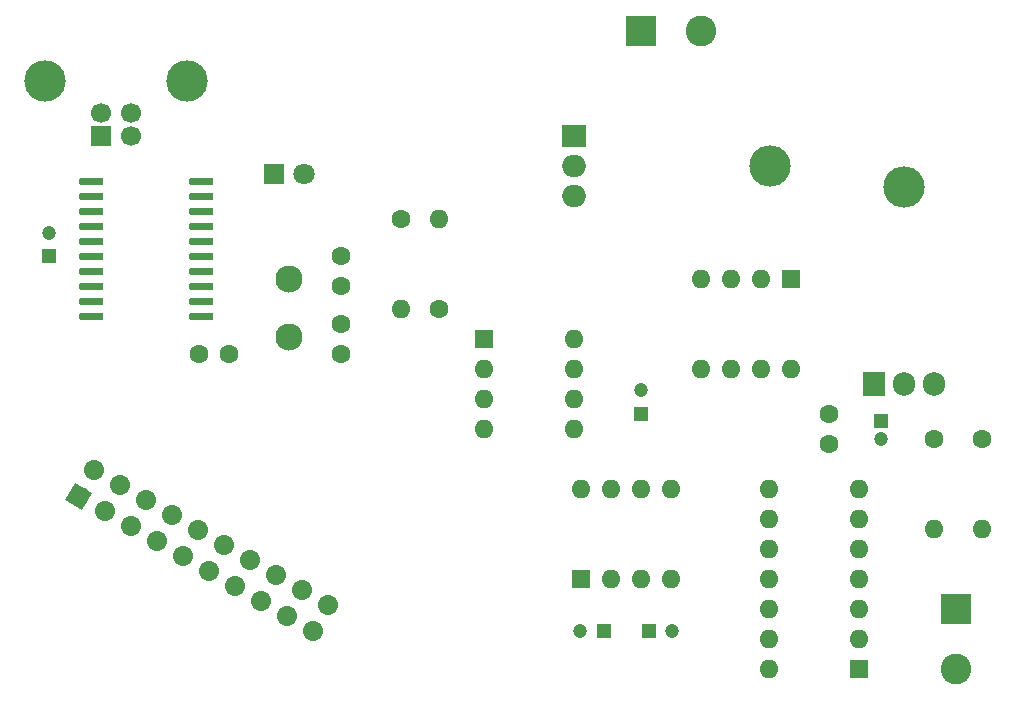
<source format=gts>
G04 #@! TF.GenerationSoftware,KiCad,Pcbnew,5.1.2-f72e74a~84~ubuntu18.04.1*
G04 #@! TF.CreationDate,2019-07-29T23:39:44+03:00*
G04 #@! TF.ProjectId,tracer,74726163-6572-42e6-9b69-6361645f7063,rev?*
G04 #@! TF.SameCoordinates,Original*
G04 #@! TF.FileFunction,Soldermask,Top*
G04 #@! TF.FilePolarity,Negative*
%FSLAX46Y46*%
G04 Gerber Fmt 4.6, Leading zero omitted, Abs format (unit mm)*
G04 Created by KiCad (PCBNEW 5.1.2-f72e74a~84~ubuntu18.04.1) date 2019-07-29 23:39:44*
%MOMM*%
%LPD*%
G04 APERTURE LIST*
%ADD10C,1.700000*%
%ADD11C,1.700000*%
%ADD12C,0.100000*%
%ADD13O,1.600000X1.600000*%
%ADD14R,1.600000X1.600000*%
%ADD15C,1.200000*%
%ADD16R,1.200000X1.200000*%
%ADD17C,1.600000*%
%ADD18C,2.600000*%
%ADD19R,2.600000X2.600000*%
%ADD20C,2.300000*%
%ADD21C,3.500000*%
%ADD22R,1.700000X1.700000*%
%ADD23C,0.600000*%
%ADD24C,1.800000*%
%ADD25R,1.800000X1.800000*%
%ADD26O,2.000000X1.905000*%
%ADD27R,2.000000X1.905000*%
%ADD28O,3.500000X3.500000*%
%ADD29O,1.905000X2.000000*%
%ADD30R,1.905000X2.000000*%
G04 APERTURE END LIST*
D10*
X93457341Y-145755295D03*
D11*
X93457341Y-145755295D02*
X93457341Y-145755295D01*
D10*
X92187341Y-147955000D03*
D11*
X92187341Y-147955000D02*
X92187341Y-147955000D01*
D10*
X91257636Y-144485295D03*
D11*
X91257636Y-144485295D02*
X91257636Y-144485295D01*
D10*
X89987636Y-146685000D03*
D11*
X89987636Y-146685000D02*
X89987636Y-146685000D01*
D10*
X89057932Y-143215295D03*
D11*
X89057932Y-143215295D02*
X89057932Y-143215295D01*
D10*
X87787932Y-145415000D03*
D11*
X87787932Y-145415000D02*
X87787932Y-145415000D01*
D10*
X86858227Y-141945295D03*
D11*
X86858227Y-141945295D02*
X86858227Y-141945295D01*
D10*
X85588227Y-144145000D03*
D11*
X85588227Y-144145000D02*
X85588227Y-144145000D01*
D10*
X84658523Y-140675295D03*
D11*
X84658523Y-140675295D02*
X84658523Y-140675295D01*
D10*
X83388523Y-142875000D03*
D11*
X83388523Y-142875000D02*
X83388523Y-142875000D01*
D10*
X82458818Y-139405295D03*
D11*
X82458818Y-139405295D02*
X82458818Y-139405295D01*
D10*
X81188818Y-141605000D03*
D11*
X81188818Y-141605000D02*
X81188818Y-141605000D01*
D10*
X80259114Y-138135295D03*
D11*
X80259114Y-138135295D02*
X80259114Y-138135295D01*
D10*
X78989114Y-140335000D03*
D11*
X78989114Y-140335000D02*
X78989114Y-140335000D01*
D10*
X78059409Y-136865295D03*
D11*
X78059409Y-136865295D02*
X78059409Y-136865295D01*
D10*
X76789409Y-139065000D03*
D11*
X76789409Y-139065000D02*
X76789409Y-139065000D01*
D10*
X75859705Y-135595295D03*
D11*
X75859705Y-135595295D02*
X75859705Y-135595295D01*
D10*
X74589705Y-137795000D03*
D11*
X74589705Y-137795000D02*
X74589705Y-137795000D01*
D10*
X73660000Y-134325295D03*
D11*
X73660000Y-134325295D02*
X73660000Y-134325295D01*
D10*
X72390000Y-136525000D03*
D12*
G36*
X72701122Y-137686122D02*
G01*
X71228878Y-136836122D01*
X72078878Y-135363878D01*
X73551122Y-136213878D01*
X72701122Y-137686122D01*
X72701122Y-137686122D01*
G37*
D13*
X132715000Y-125730000D03*
X125095000Y-118110000D03*
X130175000Y-125730000D03*
X127635000Y-118110000D03*
X127635000Y-125730000D03*
X130175000Y-118110000D03*
X125095000Y-125730000D03*
D14*
X132715000Y-118110000D03*
D15*
X140335000Y-131675000D03*
D16*
X140335000Y-130175000D03*
D17*
X135890000Y-129580000D03*
X135890000Y-132080000D03*
X85090000Y-124460000D03*
X82590000Y-124460000D03*
D18*
X125095000Y-97155000D03*
D19*
X120015000Y-97155000D03*
D18*
X146685000Y-151130000D03*
D19*
X146685000Y-146050000D03*
D15*
X120015000Y-127540000D03*
D16*
X120015000Y-129540000D03*
D15*
X122650000Y-147955000D03*
D16*
X120650000Y-147955000D03*
D15*
X114840000Y-147955000D03*
D16*
X116840000Y-147955000D03*
D17*
X94615000Y-116205000D03*
X94615000Y-118705000D03*
X94615000Y-121960000D03*
X94615000Y-124460000D03*
D20*
X90170000Y-123010000D03*
X90170000Y-118110000D03*
D21*
X81565000Y-101335000D03*
X69525000Y-101335000D03*
D10*
X74295000Y-104045000D03*
X76795000Y-104045000D03*
X76795000Y-106045000D03*
D22*
X74295000Y-106045000D03*
D15*
X69850000Y-114205000D03*
D16*
X69850000Y-116205000D03*
D13*
X102870000Y-113030000D03*
D17*
X102870000Y-120650000D03*
D13*
X99695000Y-120650000D03*
D17*
X99695000Y-113030000D03*
D12*
G36*
X74344703Y-120985722D02*
G01*
X74359264Y-120987882D01*
X74373543Y-120991459D01*
X74387403Y-120996418D01*
X74400710Y-121002712D01*
X74413336Y-121010280D01*
X74425159Y-121019048D01*
X74436066Y-121028934D01*
X74445952Y-121039841D01*
X74454720Y-121051664D01*
X74462288Y-121064290D01*
X74468582Y-121077597D01*
X74473541Y-121091457D01*
X74477118Y-121105736D01*
X74479278Y-121120297D01*
X74480000Y-121135000D01*
X74480000Y-121435000D01*
X74479278Y-121449703D01*
X74477118Y-121464264D01*
X74473541Y-121478543D01*
X74468582Y-121492403D01*
X74462288Y-121505710D01*
X74454720Y-121518336D01*
X74445952Y-121530159D01*
X74436066Y-121541066D01*
X74425159Y-121550952D01*
X74413336Y-121559720D01*
X74400710Y-121567288D01*
X74387403Y-121573582D01*
X74373543Y-121578541D01*
X74359264Y-121582118D01*
X74344703Y-121584278D01*
X74330000Y-121585000D01*
X72580000Y-121585000D01*
X72565297Y-121584278D01*
X72550736Y-121582118D01*
X72536457Y-121578541D01*
X72522597Y-121573582D01*
X72509290Y-121567288D01*
X72496664Y-121559720D01*
X72484841Y-121550952D01*
X72473934Y-121541066D01*
X72464048Y-121530159D01*
X72455280Y-121518336D01*
X72447712Y-121505710D01*
X72441418Y-121492403D01*
X72436459Y-121478543D01*
X72432882Y-121464264D01*
X72430722Y-121449703D01*
X72430000Y-121435000D01*
X72430000Y-121135000D01*
X72430722Y-121120297D01*
X72432882Y-121105736D01*
X72436459Y-121091457D01*
X72441418Y-121077597D01*
X72447712Y-121064290D01*
X72455280Y-121051664D01*
X72464048Y-121039841D01*
X72473934Y-121028934D01*
X72484841Y-121019048D01*
X72496664Y-121010280D01*
X72509290Y-121002712D01*
X72522597Y-120996418D01*
X72536457Y-120991459D01*
X72550736Y-120987882D01*
X72565297Y-120985722D01*
X72580000Y-120985000D01*
X74330000Y-120985000D01*
X74344703Y-120985722D01*
X74344703Y-120985722D01*
G37*
D23*
X73455000Y-121285000D03*
D12*
G36*
X74344703Y-119715722D02*
G01*
X74359264Y-119717882D01*
X74373543Y-119721459D01*
X74387403Y-119726418D01*
X74400710Y-119732712D01*
X74413336Y-119740280D01*
X74425159Y-119749048D01*
X74436066Y-119758934D01*
X74445952Y-119769841D01*
X74454720Y-119781664D01*
X74462288Y-119794290D01*
X74468582Y-119807597D01*
X74473541Y-119821457D01*
X74477118Y-119835736D01*
X74479278Y-119850297D01*
X74480000Y-119865000D01*
X74480000Y-120165000D01*
X74479278Y-120179703D01*
X74477118Y-120194264D01*
X74473541Y-120208543D01*
X74468582Y-120222403D01*
X74462288Y-120235710D01*
X74454720Y-120248336D01*
X74445952Y-120260159D01*
X74436066Y-120271066D01*
X74425159Y-120280952D01*
X74413336Y-120289720D01*
X74400710Y-120297288D01*
X74387403Y-120303582D01*
X74373543Y-120308541D01*
X74359264Y-120312118D01*
X74344703Y-120314278D01*
X74330000Y-120315000D01*
X72580000Y-120315000D01*
X72565297Y-120314278D01*
X72550736Y-120312118D01*
X72536457Y-120308541D01*
X72522597Y-120303582D01*
X72509290Y-120297288D01*
X72496664Y-120289720D01*
X72484841Y-120280952D01*
X72473934Y-120271066D01*
X72464048Y-120260159D01*
X72455280Y-120248336D01*
X72447712Y-120235710D01*
X72441418Y-120222403D01*
X72436459Y-120208543D01*
X72432882Y-120194264D01*
X72430722Y-120179703D01*
X72430000Y-120165000D01*
X72430000Y-119865000D01*
X72430722Y-119850297D01*
X72432882Y-119835736D01*
X72436459Y-119821457D01*
X72441418Y-119807597D01*
X72447712Y-119794290D01*
X72455280Y-119781664D01*
X72464048Y-119769841D01*
X72473934Y-119758934D01*
X72484841Y-119749048D01*
X72496664Y-119740280D01*
X72509290Y-119732712D01*
X72522597Y-119726418D01*
X72536457Y-119721459D01*
X72550736Y-119717882D01*
X72565297Y-119715722D01*
X72580000Y-119715000D01*
X74330000Y-119715000D01*
X74344703Y-119715722D01*
X74344703Y-119715722D01*
G37*
D23*
X73455000Y-120015000D03*
D12*
G36*
X74344703Y-118445722D02*
G01*
X74359264Y-118447882D01*
X74373543Y-118451459D01*
X74387403Y-118456418D01*
X74400710Y-118462712D01*
X74413336Y-118470280D01*
X74425159Y-118479048D01*
X74436066Y-118488934D01*
X74445952Y-118499841D01*
X74454720Y-118511664D01*
X74462288Y-118524290D01*
X74468582Y-118537597D01*
X74473541Y-118551457D01*
X74477118Y-118565736D01*
X74479278Y-118580297D01*
X74480000Y-118595000D01*
X74480000Y-118895000D01*
X74479278Y-118909703D01*
X74477118Y-118924264D01*
X74473541Y-118938543D01*
X74468582Y-118952403D01*
X74462288Y-118965710D01*
X74454720Y-118978336D01*
X74445952Y-118990159D01*
X74436066Y-119001066D01*
X74425159Y-119010952D01*
X74413336Y-119019720D01*
X74400710Y-119027288D01*
X74387403Y-119033582D01*
X74373543Y-119038541D01*
X74359264Y-119042118D01*
X74344703Y-119044278D01*
X74330000Y-119045000D01*
X72580000Y-119045000D01*
X72565297Y-119044278D01*
X72550736Y-119042118D01*
X72536457Y-119038541D01*
X72522597Y-119033582D01*
X72509290Y-119027288D01*
X72496664Y-119019720D01*
X72484841Y-119010952D01*
X72473934Y-119001066D01*
X72464048Y-118990159D01*
X72455280Y-118978336D01*
X72447712Y-118965710D01*
X72441418Y-118952403D01*
X72436459Y-118938543D01*
X72432882Y-118924264D01*
X72430722Y-118909703D01*
X72430000Y-118895000D01*
X72430000Y-118595000D01*
X72430722Y-118580297D01*
X72432882Y-118565736D01*
X72436459Y-118551457D01*
X72441418Y-118537597D01*
X72447712Y-118524290D01*
X72455280Y-118511664D01*
X72464048Y-118499841D01*
X72473934Y-118488934D01*
X72484841Y-118479048D01*
X72496664Y-118470280D01*
X72509290Y-118462712D01*
X72522597Y-118456418D01*
X72536457Y-118451459D01*
X72550736Y-118447882D01*
X72565297Y-118445722D01*
X72580000Y-118445000D01*
X74330000Y-118445000D01*
X74344703Y-118445722D01*
X74344703Y-118445722D01*
G37*
D23*
X73455000Y-118745000D03*
D12*
G36*
X74344703Y-117175722D02*
G01*
X74359264Y-117177882D01*
X74373543Y-117181459D01*
X74387403Y-117186418D01*
X74400710Y-117192712D01*
X74413336Y-117200280D01*
X74425159Y-117209048D01*
X74436066Y-117218934D01*
X74445952Y-117229841D01*
X74454720Y-117241664D01*
X74462288Y-117254290D01*
X74468582Y-117267597D01*
X74473541Y-117281457D01*
X74477118Y-117295736D01*
X74479278Y-117310297D01*
X74480000Y-117325000D01*
X74480000Y-117625000D01*
X74479278Y-117639703D01*
X74477118Y-117654264D01*
X74473541Y-117668543D01*
X74468582Y-117682403D01*
X74462288Y-117695710D01*
X74454720Y-117708336D01*
X74445952Y-117720159D01*
X74436066Y-117731066D01*
X74425159Y-117740952D01*
X74413336Y-117749720D01*
X74400710Y-117757288D01*
X74387403Y-117763582D01*
X74373543Y-117768541D01*
X74359264Y-117772118D01*
X74344703Y-117774278D01*
X74330000Y-117775000D01*
X72580000Y-117775000D01*
X72565297Y-117774278D01*
X72550736Y-117772118D01*
X72536457Y-117768541D01*
X72522597Y-117763582D01*
X72509290Y-117757288D01*
X72496664Y-117749720D01*
X72484841Y-117740952D01*
X72473934Y-117731066D01*
X72464048Y-117720159D01*
X72455280Y-117708336D01*
X72447712Y-117695710D01*
X72441418Y-117682403D01*
X72436459Y-117668543D01*
X72432882Y-117654264D01*
X72430722Y-117639703D01*
X72430000Y-117625000D01*
X72430000Y-117325000D01*
X72430722Y-117310297D01*
X72432882Y-117295736D01*
X72436459Y-117281457D01*
X72441418Y-117267597D01*
X72447712Y-117254290D01*
X72455280Y-117241664D01*
X72464048Y-117229841D01*
X72473934Y-117218934D01*
X72484841Y-117209048D01*
X72496664Y-117200280D01*
X72509290Y-117192712D01*
X72522597Y-117186418D01*
X72536457Y-117181459D01*
X72550736Y-117177882D01*
X72565297Y-117175722D01*
X72580000Y-117175000D01*
X74330000Y-117175000D01*
X74344703Y-117175722D01*
X74344703Y-117175722D01*
G37*
D23*
X73455000Y-117475000D03*
D12*
G36*
X74344703Y-115905722D02*
G01*
X74359264Y-115907882D01*
X74373543Y-115911459D01*
X74387403Y-115916418D01*
X74400710Y-115922712D01*
X74413336Y-115930280D01*
X74425159Y-115939048D01*
X74436066Y-115948934D01*
X74445952Y-115959841D01*
X74454720Y-115971664D01*
X74462288Y-115984290D01*
X74468582Y-115997597D01*
X74473541Y-116011457D01*
X74477118Y-116025736D01*
X74479278Y-116040297D01*
X74480000Y-116055000D01*
X74480000Y-116355000D01*
X74479278Y-116369703D01*
X74477118Y-116384264D01*
X74473541Y-116398543D01*
X74468582Y-116412403D01*
X74462288Y-116425710D01*
X74454720Y-116438336D01*
X74445952Y-116450159D01*
X74436066Y-116461066D01*
X74425159Y-116470952D01*
X74413336Y-116479720D01*
X74400710Y-116487288D01*
X74387403Y-116493582D01*
X74373543Y-116498541D01*
X74359264Y-116502118D01*
X74344703Y-116504278D01*
X74330000Y-116505000D01*
X72580000Y-116505000D01*
X72565297Y-116504278D01*
X72550736Y-116502118D01*
X72536457Y-116498541D01*
X72522597Y-116493582D01*
X72509290Y-116487288D01*
X72496664Y-116479720D01*
X72484841Y-116470952D01*
X72473934Y-116461066D01*
X72464048Y-116450159D01*
X72455280Y-116438336D01*
X72447712Y-116425710D01*
X72441418Y-116412403D01*
X72436459Y-116398543D01*
X72432882Y-116384264D01*
X72430722Y-116369703D01*
X72430000Y-116355000D01*
X72430000Y-116055000D01*
X72430722Y-116040297D01*
X72432882Y-116025736D01*
X72436459Y-116011457D01*
X72441418Y-115997597D01*
X72447712Y-115984290D01*
X72455280Y-115971664D01*
X72464048Y-115959841D01*
X72473934Y-115948934D01*
X72484841Y-115939048D01*
X72496664Y-115930280D01*
X72509290Y-115922712D01*
X72522597Y-115916418D01*
X72536457Y-115911459D01*
X72550736Y-115907882D01*
X72565297Y-115905722D01*
X72580000Y-115905000D01*
X74330000Y-115905000D01*
X74344703Y-115905722D01*
X74344703Y-115905722D01*
G37*
D23*
X73455000Y-116205000D03*
D12*
G36*
X74344703Y-114635722D02*
G01*
X74359264Y-114637882D01*
X74373543Y-114641459D01*
X74387403Y-114646418D01*
X74400710Y-114652712D01*
X74413336Y-114660280D01*
X74425159Y-114669048D01*
X74436066Y-114678934D01*
X74445952Y-114689841D01*
X74454720Y-114701664D01*
X74462288Y-114714290D01*
X74468582Y-114727597D01*
X74473541Y-114741457D01*
X74477118Y-114755736D01*
X74479278Y-114770297D01*
X74480000Y-114785000D01*
X74480000Y-115085000D01*
X74479278Y-115099703D01*
X74477118Y-115114264D01*
X74473541Y-115128543D01*
X74468582Y-115142403D01*
X74462288Y-115155710D01*
X74454720Y-115168336D01*
X74445952Y-115180159D01*
X74436066Y-115191066D01*
X74425159Y-115200952D01*
X74413336Y-115209720D01*
X74400710Y-115217288D01*
X74387403Y-115223582D01*
X74373543Y-115228541D01*
X74359264Y-115232118D01*
X74344703Y-115234278D01*
X74330000Y-115235000D01*
X72580000Y-115235000D01*
X72565297Y-115234278D01*
X72550736Y-115232118D01*
X72536457Y-115228541D01*
X72522597Y-115223582D01*
X72509290Y-115217288D01*
X72496664Y-115209720D01*
X72484841Y-115200952D01*
X72473934Y-115191066D01*
X72464048Y-115180159D01*
X72455280Y-115168336D01*
X72447712Y-115155710D01*
X72441418Y-115142403D01*
X72436459Y-115128543D01*
X72432882Y-115114264D01*
X72430722Y-115099703D01*
X72430000Y-115085000D01*
X72430000Y-114785000D01*
X72430722Y-114770297D01*
X72432882Y-114755736D01*
X72436459Y-114741457D01*
X72441418Y-114727597D01*
X72447712Y-114714290D01*
X72455280Y-114701664D01*
X72464048Y-114689841D01*
X72473934Y-114678934D01*
X72484841Y-114669048D01*
X72496664Y-114660280D01*
X72509290Y-114652712D01*
X72522597Y-114646418D01*
X72536457Y-114641459D01*
X72550736Y-114637882D01*
X72565297Y-114635722D01*
X72580000Y-114635000D01*
X74330000Y-114635000D01*
X74344703Y-114635722D01*
X74344703Y-114635722D01*
G37*
D23*
X73455000Y-114935000D03*
D12*
G36*
X74344703Y-113365722D02*
G01*
X74359264Y-113367882D01*
X74373543Y-113371459D01*
X74387403Y-113376418D01*
X74400710Y-113382712D01*
X74413336Y-113390280D01*
X74425159Y-113399048D01*
X74436066Y-113408934D01*
X74445952Y-113419841D01*
X74454720Y-113431664D01*
X74462288Y-113444290D01*
X74468582Y-113457597D01*
X74473541Y-113471457D01*
X74477118Y-113485736D01*
X74479278Y-113500297D01*
X74480000Y-113515000D01*
X74480000Y-113815000D01*
X74479278Y-113829703D01*
X74477118Y-113844264D01*
X74473541Y-113858543D01*
X74468582Y-113872403D01*
X74462288Y-113885710D01*
X74454720Y-113898336D01*
X74445952Y-113910159D01*
X74436066Y-113921066D01*
X74425159Y-113930952D01*
X74413336Y-113939720D01*
X74400710Y-113947288D01*
X74387403Y-113953582D01*
X74373543Y-113958541D01*
X74359264Y-113962118D01*
X74344703Y-113964278D01*
X74330000Y-113965000D01*
X72580000Y-113965000D01*
X72565297Y-113964278D01*
X72550736Y-113962118D01*
X72536457Y-113958541D01*
X72522597Y-113953582D01*
X72509290Y-113947288D01*
X72496664Y-113939720D01*
X72484841Y-113930952D01*
X72473934Y-113921066D01*
X72464048Y-113910159D01*
X72455280Y-113898336D01*
X72447712Y-113885710D01*
X72441418Y-113872403D01*
X72436459Y-113858543D01*
X72432882Y-113844264D01*
X72430722Y-113829703D01*
X72430000Y-113815000D01*
X72430000Y-113515000D01*
X72430722Y-113500297D01*
X72432882Y-113485736D01*
X72436459Y-113471457D01*
X72441418Y-113457597D01*
X72447712Y-113444290D01*
X72455280Y-113431664D01*
X72464048Y-113419841D01*
X72473934Y-113408934D01*
X72484841Y-113399048D01*
X72496664Y-113390280D01*
X72509290Y-113382712D01*
X72522597Y-113376418D01*
X72536457Y-113371459D01*
X72550736Y-113367882D01*
X72565297Y-113365722D01*
X72580000Y-113365000D01*
X74330000Y-113365000D01*
X74344703Y-113365722D01*
X74344703Y-113365722D01*
G37*
D23*
X73455000Y-113665000D03*
D12*
G36*
X74344703Y-112095722D02*
G01*
X74359264Y-112097882D01*
X74373543Y-112101459D01*
X74387403Y-112106418D01*
X74400710Y-112112712D01*
X74413336Y-112120280D01*
X74425159Y-112129048D01*
X74436066Y-112138934D01*
X74445952Y-112149841D01*
X74454720Y-112161664D01*
X74462288Y-112174290D01*
X74468582Y-112187597D01*
X74473541Y-112201457D01*
X74477118Y-112215736D01*
X74479278Y-112230297D01*
X74480000Y-112245000D01*
X74480000Y-112545000D01*
X74479278Y-112559703D01*
X74477118Y-112574264D01*
X74473541Y-112588543D01*
X74468582Y-112602403D01*
X74462288Y-112615710D01*
X74454720Y-112628336D01*
X74445952Y-112640159D01*
X74436066Y-112651066D01*
X74425159Y-112660952D01*
X74413336Y-112669720D01*
X74400710Y-112677288D01*
X74387403Y-112683582D01*
X74373543Y-112688541D01*
X74359264Y-112692118D01*
X74344703Y-112694278D01*
X74330000Y-112695000D01*
X72580000Y-112695000D01*
X72565297Y-112694278D01*
X72550736Y-112692118D01*
X72536457Y-112688541D01*
X72522597Y-112683582D01*
X72509290Y-112677288D01*
X72496664Y-112669720D01*
X72484841Y-112660952D01*
X72473934Y-112651066D01*
X72464048Y-112640159D01*
X72455280Y-112628336D01*
X72447712Y-112615710D01*
X72441418Y-112602403D01*
X72436459Y-112588543D01*
X72432882Y-112574264D01*
X72430722Y-112559703D01*
X72430000Y-112545000D01*
X72430000Y-112245000D01*
X72430722Y-112230297D01*
X72432882Y-112215736D01*
X72436459Y-112201457D01*
X72441418Y-112187597D01*
X72447712Y-112174290D01*
X72455280Y-112161664D01*
X72464048Y-112149841D01*
X72473934Y-112138934D01*
X72484841Y-112129048D01*
X72496664Y-112120280D01*
X72509290Y-112112712D01*
X72522597Y-112106418D01*
X72536457Y-112101459D01*
X72550736Y-112097882D01*
X72565297Y-112095722D01*
X72580000Y-112095000D01*
X74330000Y-112095000D01*
X74344703Y-112095722D01*
X74344703Y-112095722D01*
G37*
D23*
X73455000Y-112395000D03*
D12*
G36*
X74344703Y-110825722D02*
G01*
X74359264Y-110827882D01*
X74373543Y-110831459D01*
X74387403Y-110836418D01*
X74400710Y-110842712D01*
X74413336Y-110850280D01*
X74425159Y-110859048D01*
X74436066Y-110868934D01*
X74445952Y-110879841D01*
X74454720Y-110891664D01*
X74462288Y-110904290D01*
X74468582Y-110917597D01*
X74473541Y-110931457D01*
X74477118Y-110945736D01*
X74479278Y-110960297D01*
X74480000Y-110975000D01*
X74480000Y-111275000D01*
X74479278Y-111289703D01*
X74477118Y-111304264D01*
X74473541Y-111318543D01*
X74468582Y-111332403D01*
X74462288Y-111345710D01*
X74454720Y-111358336D01*
X74445952Y-111370159D01*
X74436066Y-111381066D01*
X74425159Y-111390952D01*
X74413336Y-111399720D01*
X74400710Y-111407288D01*
X74387403Y-111413582D01*
X74373543Y-111418541D01*
X74359264Y-111422118D01*
X74344703Y-111424278D01*
X74330000Y-111425000D01*
X72580000Y-111425000D01*
X72565297Y-111424278D01*
X72550736Y-111422118D01*
X72536457Y-111418541D01*
X72522597Y-111413582D01*
X72509290Y-111407288D01*
X72496664Y-111399720D01*
X72484841Y-111390952D01*
X72473934Y-111381066D01*
X72464048Y-111370159D01*
X72455280Y-111358336D01*
X72447712Y-111345710D01*
X72441418Y-111332403D01*
X72436459Y-111318543D01*
X72432882Y-111304264D01*
X72430722Y-111289703D01*
X72430000Y-111275000D01*
X72430000Y-110975000D01*
X72430722Y-110960297D01*
X72432882Y-110945736D01*
X72436459Y-110931457D01*
X72441418Y-110917597D01*
X72447712Y-110904290D01*
X72455280Y-110891664D01*
X72464048Y-110879841D01*
X72473934Y-110868934D01*
X72484841Y-110859048D01*
X72496664Y-110850280D01*
X72509290Y-110842712D01*
X72522597Y-110836418D01*
X72536457Y-110831459D01*
X72550736Y-110827882D01*
X72565297Y-110825722D01*
X72580000Y-110825000D01*
X74330000Y-110825000D01*
X74344703Y-110825722D01*
X74344703Y-110825722D01*
G37*
D23*
X73455000Y-111125000D03*
D12*
G36*
X74344703Y-109555722D02*
G01*
X74359264Y-109557882D01*
X74373543Y-109561459D01*
X74387403Y-109566418D01*
X74400710Y-109572712D01*
X74413336Y-109580280D01*
X74425159Y-109589048D01*
X74436066Y-109598934D01*
X74445952Y-109609841D01*
X74454720Y-109621664D01*
X74462288Y-109634290D01*
X74468582Y-109647597D01*
X74473541Y-109661457D01*
X74477118Y-109675736D01*
X74479278Y-109690297D01*
X74480000Y-109705000D01*
X74480000Y-110005000D01*
X74479278Y-110019703D01*
X74477118Y-110034264D01*
X74473541Y-110048543D01*
X74468582Y-110062403D01*
X74462288Y-110075710D01*
X74454720Y-110088336D01*
X74445952Y-110100159D01*
X74436066Y-110111066D01*
X74425159Y-110120952D01*
X74413336Y-110129720D01*
X74400710Y-110137288D01*
X74387403Y-110143582D01*
X74373543Y-110148541D01*
X74359264Y-110152118D01*
X74344703Y-110154278D01*
X74330000Y-110155000D01*
X72580000Y-110155000D01*
X72565297Y-110154278D01*
X72550736Y-110152118D01*
X72536457Y-110148541D01*
X72522597Y-110143582D01*
X72509290Y-110137288D01*
X72496664Y-110129720D01*
X72484841Y-110120952D01*
X72473934Y-110111066D01*
X72464048Y-110100159D01*
X72455280Y-110088336D01*
X72447712Y-110075710D01*
X72441418Y-110062403D01*
X72436459Y-110048543D01*
X72432882Y-110034264D01*
X72430722Y-110019703D01*
X72430000Y-110005000D01*
X72430000Y-109705000D01*
X72430722Y-109690297D01*
X72432882Y-109675736D01*
X72436459Y-109661457D01*
X72441418Y-109647597D01*
X72447712Y-109634290D01*
X72455280Y-109621664D01*
X72464048Y-109609841D01*
X72473934Y-109598934D01*
X72484841Y-109589048D01*
X72496664Y-109580280D01*
X72509290Y-109572712D01*
X72522597Y-109566418D01*
X72536457Y-109561459D01*
X72550736Y-109557882D01*
X72565297Y-109555722D01*
X72580000Y-109555000D01*
X74330000Y-109555000D01*
X74344703Y-109555722D01*
X74344703Y-109555722D01*
G37*
D23*
X73455000Y-109855000D03*
D12*
G36*
X83644703Y-109555722D02*
G01*
X83659264Y-109557882D01*
X83673543Y-109561459D01*
X83687403Y-109566418D01*
X83700710Y-109572712D01*
X83713336Y-109580280D01*
X83725159Y-109589048D01*
X83736066Y-109598934D01*
X83745952Y-109609841D01*
X83754720Y-109621664D01*
X83762288Y-109634290D01*
X83768582Y-109647597D01*
X83773541Y-109661457D01*
X83777118Y-109675736D01*
X83779278Y-109690297D01*
X83780000Y-109705000D01*
X83780000Y-110005000D01*
X83779278Y-110019703D01*
X83777118Y-110034264D01*
X83773541Y-110048543D01*
X83768582Y-110062403D01*
X83762288Y-110075710D01*
X83754720Y-110088336D01*
X83745952Y-110100159D01*
X83736066Y-110111066D01*
X83725159Y-110120952D01*
X83713336Y-110129720D01*
X83700710Y-110137288D01*
X83687403Y-110143582D01*
X83673543Y-110148541D01*
X83659264Y-110152118D01*
X83644703Y-110154278D01*
X83630000Y-110155000D01*
X81880000Y-110155000D01*
X81865297Y-110154278D01*
X81850736Y-110152118D01*
X81836457Y-110148541D01*
X81822597Y-110143582D01*
X81809290Y-110137288D01*
X81796664Y-110129720D01*
X81784841Y-110120952D01*
X81773934Y-110111066D01*
X81764048Y-110100159D01*
X81755280Y-110088336D01*
X81747712Y-110075710D01*
X81741418Y-110062403D01*
X81736459Y-110048543D01*
X81732882Y-110034264D01*
X81730722Y-110019703D01*
X81730000Y-110005000D01*
X81730000Y-109705000D01*
X81730722Y-109690297D01*
X81732882Y-109675736D01*
X81736459Y-109661457D01*
X81741418Y-109647597D01*
X81747712Y-109634290D01*
X81755280Y-109621664D01*
X81764048Y-109609841D01*
X81773934Y-109598934D01*
X81784841Y-109589048D01*
X81796664Y-109580280D01*
X81809290Y-109572712D01*
X81822597Y-109566418D01*
X81836457Y-109561459D01*
X81850736Y-109557882D01*
X81865297Y-109555722D01*
X81880000Y-109555000D01*
X83630000Y-109555000D01*
X83644703Y-109555722D01*
X83644703Y-109555722D01*
G37*
D23*
X82755000Y-109855000D03*
D12*
G36*
X83644703Y-110825722D02*
G01*
X83659264Y-110827882D01*
X83673543Y-110831459D01*
X83687403Y-110836418D01*
X83700710Y-110842712D01*
X83713336Y-110850280D01*
X83725159Y-110859048D01*
X83736066Y-110868934D01*
X83745952Y-110879841D01*
X83754720Y-110891664D01*
X83762288Y-110904290D01*
X83768582Y-110917597D01*
X83773541Y-110931457D01*
X83777118Y-110945736D01*
X83779278Y-110960297D01*
X83780000Y-110975000D01*
X83780000Y-111275000D01*
X83779278Y-111289703D01*
X83777118Y-111304264D01*
X83773541Y-111318543D01*
X83768582Y-111332403D01*
X83762288Y-111345710D01*
X83754720Y-111358336D01*
X83745952Y-111370159D01*
X83736066Y-111381066D01*
X83725159Y-111390952D01*
X83713336Y-111399720D01*
X83700710Y-111407288D01*
X83687403Y-111413582D01*
X83673543Y-111418541D01*
X83659264Y-111422118D01*
X83644703Y-111424278D01*
X83630000Y-111425000D01*
X81880000Y-111425000D01*
X81865297Y-111424278D01*
X81850736Y-111422118D01*
X81836457Y-111418541D01*
X81822597Y-111413582D01*
X81809290Y-111407288D01*
X81796664Y-111399720D01*
X81784841Y-111390952D01*
X81773934Y-111381066D01*
X81764048Y-111370159D01*
X81755280Y-111358336D01*
X81747712Y-111345710D01*
X81741418Y-111332403D01*
X81736459Y-111318543D01*
X81732882Y-111304264D01*
X81730722Y-111289703D01*
X81730000Y-111275000D01*
X81730000Y-110975000D01*
X81730722Y-110960297D01*
X81732882Y-110945736D01*
X81736459Y-110931457D01*
X81741418Y-110917597D01*
X81747712Y-110904290D01*
X81755280Y-110891664D01*
X81764048Y-110879841D01*
X81773934Y-110868934D01*
X81784841Y-110859048D01*
X81796664Y-110850280D01*
X81809290Y-110842712D01*
X81822597Y-110836418D01*
X81836457Y-110831459D01*
X81850736Y-110827882D01*
X81865297Y-110825722D01*
X81880000Y-110825000D01*
X83630000Y-110825000D01*
X83644703Y-110825722D01*
X83644703Y-110825722D01*
G37*
D23*
X82755000Y-111125000D03*
D12*
G36*
X83644703Y-112095722D02*
G01*
X83659264Y-112097882D01*
X83673543Y-112101459D01*
X83687403Y-112106418D01*
X83700710Y-112112712D01*
X83713336Y-112120280D01*
X83725159Y-112129048D01*
X83736066Y-112138934D01*
X83745952Y-112149841D01*
X83754720Y-112161664D01*
X83762288Y-112174290D01*
X83768582Y-112187597D01*
X83773541Y-112201457D01*
X83777118Y-112215736D01*
X83779278Y-112230297D01*
X83780000Y-112245000D01*
X83780000Y-112545000D01*
X83779278Y-112559703D01*
X83777118Y-112574264D01*
X83773541Y-112588543D01*
X83768582Y-112602403D01*
X83762288Y-112615710D01*
X83754720Y-112628336D01*
X83745952Y-112640159D01*
X83736066Y-112651066D01*
X83725159Y-112660952D01*
X83713336Y-112669720D01*
X83700710Y-112677288D01*
X83687403Y-112683582D01*
X83673543Y-112688541D01*
X83659264Y-112692118D01*
X83644703Y-112694278D01*
X83630000Y-112695000D01*
X81880000Y-112695000D01*
X81865297Y-112694278D01*
X81850736Y-112692118D01*
X81836457Y-112688541D01*
X81822597Y-112683582D01*
X81809290Y-112677288D01*
X81796664Y-112669720D01*
X81784841Y-112660952D01*
X81773934Y-112651066D01*
X81764048Y-112640159D01*
X81755280Y-112628336D01*
X81747712Y-112615710D01*
X81741418Y-112602403D01*
X81736459Y-112588543D01*
X81732882Y-112574264D01*
X81730722Y-112559703D01*
X81730000Y-112545000D01*
X81730000Y-112245000D01*
X81730722Y-112230297D01*
X81732882Y-112215736D01*
X81736459Y-112201457D01*
X81741418Y-112187597D01*
X81747712Y-112174290D01*
X81755280Y-112161664D01*
X81764048Y-112149841D01*
X81773934Y-112138934D01*
X81784841Y-112129048D01*
X81796664Y-112120280D01*
X81809290Y-112112712D01*
X81822597Y-112106418D01*
X81836457Y-112101459D01*
X81850736Y-112097882D01*
X81865297Y-112095722D01*
X81880000Y-112095000D01*
X83630000Y-112095000D01*
X83644703Y-112095722D01*
X83644703Y-112095722D01*
G37*
D23*
X82755000Y-112395000D03*
D12*
G36*
X83644703Y-113365722D02*
G01*
X83659264Y-113367882D01*
X83673543Y-113371459D01*
X83687403Y-113376418D01*
X83700710Y-113382712D01*
X83713336Y-113390280D01*
X83725159Y-113399048D01*
X83736066Y-113408934D01*
X83745952Y-113419841D01*
X83754720Y-113431664D01*
X83762288Y-113444290D01*
X83768582Y-113457597D01*
X83773541Y-113471457D01*
X83777118Y-113485736D01*
X83779278Y-113500297D01*
X83780000Y-113515000D01*
X83780000Y-113815000D01*
X83779278Y-113829703D01*
X83777118Y-113844264D01*
X83773541Y-113858543D01*
X83768582Y-113872403D01*
X83762288Y-113885710D01*
X83754720Y-113898336D01*
X83745952Y-113910159D01*
X83736066Y-113921066D01*
X83725159Y-113930952D01*
X83713336Y-113939720D01*
X83700710Y-113947288D01*
X83687403Y-113953582D01*
X83673543Y-113958541D01*
X83659264Y-113962118D01*
X83644703Y-113964278D01*
X83630000Y-113965000D01*
X81880000Y-113965000D01*
X81865297Y-113964278D01*
X81850736Y-113962118D01*
X81836457Y-113958541D01*
X81822597Y-113953582D01*
X81809290Y-113947288D01*
X81796664Y-113939720D01*
X81784841Y-113930952D01*
X81773934Y-113921066D01*
X81764048Y-113910159D01*
X81755280Y-113898336D01*
X81747712Y-113885710D01*
X81741418Y-113872403D01*
X81736459Y-113858543D01*
X81732882Y-113844264D01*
X81730722Y-113829703D01*
X81730000Y-113815000D01*
X81730000Y-113515000D01*
X81730722Y-113500297D01*
X81732882Y-113485736D01*
X81736459Y-113471457D01*
X81741418Y-113457597D01*
X81747712Y-113444290D01*
X81755280Y-113431664D01*
X81764048Y-113419841D01*
X81773934Y-113408934D01*
X81784841Y-113399048D01*
X81796664Y-113390280D01*
X81809290Y-113382712D01*
X81822597Y-113376418D01*
X81836457Y-113371459D01*
X81850736Y-113367882D01*
X81865297Y-113365722D01*
X81880000Y-113365000D01*
X83630000Y-113365000D01*
X83644703Y-113365722D01*
X83644703Y-113365722D01*
G37*
D23*
X82755000Y-113665000D03*
D12*
G36*
X83644703Y-114635722D02*
G01*
X83659264Y-114637882D01*
X83673543Y-114641459D01*
X83687403Y-114646418D01*
X83700710Y-114652712D01*
X83713336Y-114660280D01*
X83725159Y-114669048D01*
X83736066Y-114678934D01*
X83745952Y-114689841D01*
X83754720Y-114701664D01*
X83762288Y-114714290D01*
X83768582Y-114727597D01*
X83773541Y-114741457D01*
X83777118Y-114755736D01*
X83779278Y-114770297D01*
X83780000Y-114785000D01*
X83780000Y-115085000D01*
X83779278Y-115099703D01*
X83777118Y-115114264D01*
X83773541Y-115128543D01*
X83768582Y-115142403D01*
X83762288Y-115155710D01*
X83754720Y-115168336D01*
X83745952Y-115180159D01*
X83736066Y-115191066D01*
X83725159Y-115200952D01*
X83713336Y-115209720D01*
X83700710Y-115217288D01*
X83687403Y-115223582D01*
X83673543Y-115228541D01*
X83659264Y-115232118D01*
X83644703Y-115234278D01*
X83630000Y-115235000D01*
X81880000Y-115235000D01*
X81865297Y-115234278D01*
X81850736Y-115232118D01*
X81836457Y-115228541D01*
X81822597Y-115223582D01*
X81809290Y-115217288D01*
X81796664Y-115209720D01*
X81784841Y-115200952D01*
X81773934Y-115191066D01*
X81764048Y-115180159D01*
X81755280Y-115168336D01*
X81747712Y-115155710D01*
X81741418Y-115142403D01*
X81736459Y-115128543D01*
X81732882Y-115114264D01*
X81730722Y-115099703D01*
X81730000Y-115085000D01*
X81730000Y-114785000D01*
X81730722Y-114770297D01*
X81732882Y-114755736D01*
X81736459Y-114741457D01*
X81741418Y-114727597D01*
X81747712Y-114714290D01*
X81755280Y-114701664D01*
X81764048Y-114689841D01*
X81773934Y-114678934D01*
X81784841Y-114669048D01*
X81796664Y-114660280D01*
X81809290Y-114652712D01*
X81822597Y-114646418D01*
X81836457Y-114641459D01*
X81850736Y-114637882D01*
X81865297Y-114635722D01*
X81880000Y-114635000D01*
X83630000Y-114635000D01*
X83644703Y-114635722D01*
X83644703Y-114635722D01*
G37*
D23*
X82755000Y-114935000D03*
D12*
G36*
X83644703Y-115905722D02*
G01*
X83659264Y-115907882D01*
X83673543Y-115911459D01*
X83687403Y-115916418D01*
X83700710Y-115922712D01*
X83713336Y-115930280D01*
X83725159Y-115939048D01*
X83736066Y-115948934D01*
X83745952Y-115959841D01*
X83754720Y-115971664D01*
X83762288Y-115984290D01*
X83768582Y-115997597D01*
X83773541Y-116011457D01*
X83777118Y-116025736D01*
X83779278Y-116040297D01*
X83780000Y-116055000D01*
X83780000Y-116355000D01*
X83779278Y-116369703D01*
X83777118Y-116384264D01*
X83773541Y-116398543D01*
X83768582Y-116412403D01*
X83762288Y-116425710D01*
X83754720Y-116438336D01*
X83745952Y-116450159D01*
X83736066Y-116461066D01*
X83725159Y-116470952D01*
X83713336Y-116479720D01*
X83700710Y-116487288D01*
X83687403Y-116493582D01*
X83673543Y-116498541D01*
X83659264Y-116502118D01*
X83644703Y-116504278D01*
X83630000Y-116505000D01*
X81880000Y-116505000D01*
X81865297Y-116504278D01*
X81850736Y-116502118D01*
X81836457Y-116498541D01*
X81822597Y-116493582D01*
X81809290Y-116487288D01*
X81796664Y-116479720D01*
X81784841Y-116470952D01*
X81773934Y-116461066D01*
X81764048Y-116450159D01*
X81755280Y-116438336D01*
X81747712Y-116425710D01*
X81741418Y-116412403D01*
X81736459Y-116398543D01*
X81732882Y-116384264D01*
X81730722Y-116369703D01*
X81730000Y-116355000D01*
X81730000Y-116055000D01*
X81730722Y-116040297D01*
X81732882Y-116025736D01*
X81736459Y-116011457D01*
X81741418Y-115997597D01*
X81747712Y-115984290D01*
X81755280Y-115971664D01*
X81764048Y-115959841D01*
X81773934Y-115948934D01*
X81784841Y-115939048D01*
X81796664Y-115930280D01*
X81809290Y-115922712D01*
X81822597Y-115916418D01*
X81836457Y-115911459D01*
X81850736Y-115907882D01*
X81865297Y-115905722D01*
X81880000Y-115905000D01*
X83630000Y-115905000D01*
X83644703Y-115905722D01*
X83644703Y-115905722D01*
G37*
D23*
X82755000Y-116205000D03*
D12*
G36*
X83644703Y-117175722D02*
G01*
X83659264Y-117177882D01*
X83673543Y-117181459D01*
X83687403Y-117186418D01*
X83700710Y-117192712D01*
X83713336Y-117200280D01*
X83725159Y-117209048D01*
X83736066Y-117218934D01*
X83745952Y-117229841D01*
X83754720Y-117241664D01*
X83762288Y-117254290D01*
X83768582Y-117267597D01*
X83773541Y-117281457D01*
X83777118Y-117295736D01*
X83779278Y-117310297D01*
X83780000Y-117325000D01*
X83780000Y-117625000D01*
X83779278Y-117639703D01*
X83777118Y-117654264D01*
X83773541Y-117668543D01*
X83768582Y-117682403D01*
X83762288Y-117695710D01*
X83754720Y-117708336D01*
X83745952Y-117720159D01*
X83736066Y-117731066D01*
X83725159Y-117740952D01*
X83713336Y-117749720D01*
X83700710Y-117757288D01*
X83687403Y-117763582D01*
X83673543Y-117768541D01*
X83659264Y-117772118D01*
X83644703Y-117774278D01*
X83630000Y-117775000D01*
X81880000Y-117775000D01*
X81865297Y-117774278D01*
X81850736Y-117772118D01*
X81836457Y-117768541D01*
X81822597Y-117763582D01*
X81809290Y-117757288D01*
X81796664Y-117749720D01*
X81784841Y-117740952D01*
X81773934Y-117731066D01*
X81764048Y-117720159D01*
X81755280Y-117708336D01*
X81747712Y-117695710D01*
X81741418Y-117682403D01*
X81736459Y-117668543D01*
X81732882Y-117654264D01*
X81730722Y-117639703D01*
X81730000Y-117625000D01*
X81730000Y-117325000D01*
X81730722Y-117310297D01*
X81732882Y-117295736D01*
X81736459Y-117281457D01*
X81741418Y-117267597D01*
X81747712Y-117254290D01*
X81755280Y-117241664D01*
X81764048Y-117229841D01*
X81773934Y-117218934D01*
X81784841Y-117209048D01*
X81796664Y-117200280D01*
X81809290Y-117192712D01*
X81822597Y-117186418D01*
X81836457Y-117181459D01*
X81850736Y-117177882D01*
X81865297Y-117175722D01*
X81880000Y-117175000D01*
X83630000Y-117175000D01*
X83644703Y-117175722D01*
X83644703Y-117175722D01*
G37*
D23*
X82755000Y-117475000D03*
D12*
G36*
X83644703Y-118445722D02*
G01*
X83659264Y-118447882D01*
X83673543Y-118451459D01*
X83687403Y-118456418D01*
X83700710Y-118462712D01*
X83713336Y-118470280D01*
X83725159Y-118479048D01*
X83736066Y-118488934D01*
X83745952Y-118499841D01*
X83754720Y-118511664D01*
X83762288Y-118524290D01*
X83768582Y-118537597D01*
X83773541Y-118551457D01*
X83777118Y-118565736D01*
X83779278Y-118580297D01*
X83780000Y-118595000D01*
X83780000Y-118895000D01*
X83779278Y-118909703D01*
X83777118Y-118924264D01*
X83773541Y-118938543D01*
X83768582Y-118952403D01*
X83762288Y-118965710D01*
X83754720Y-118978336D01*
X83745952Y-118990159D01*
X83736066Y-119001066D01*
X83725159Y-119010952D01*
X83713336Y-119019720D01*
X83700710Y-119027288D01*
X83687403Y-119033582D01*
X83673543Y-119038541D01*
X83659264Y-119042118D01*
X83644703Y-119044278D01*
X83630000Y-119045000D01*
X81880000Y-119045000D01*
X81865297Y-119044278D01*
X81850736Y-119042118D01*
X81836457Y-119038541D01*
X81822597Y-119033582D01*
X81809290Y-119027288D01*
X81796664Y-119019720D01*
X81784841Y-119010952D01*
X81773934Y-119001066D01*
X81764048Y-118990159D01*
X81755280Y-118978336D01*
X81747712Y-118965710D01*
X81741418Y-118952403D01*
X81736459Y-118938543D01*
X81732882Y-118924264D01*
X81730722Y-118909703D01*
X81730000Y-118895000D01*
X81730000Y-118595000D01*
X81730722Y-118580297D01*
X81732882Y-118565736D01*
X81736459Y-118551457D01*
X81741418Y-118537597D01*
X81747712Y-118524290D01*
X81755280Y-118511664D01*
X81764048Y-118499841D01*
X81773934Y-118488934D01*
X81784841Y-118479048D01*
X81796664Y-118470280D01*
X81809290Y-118462712D01*
X81822597Y-118456418D01*
X81836457Y-118451459D01*
X81850736Y-118447882D01*
X81865297Y-118445722D01*
X81880000Y-118445000D01*
X83630000Y-118445000D01*
X83644703Y-118445722D01*
X83644703Y-118445722D01*
G37*
D23*
X82755000Y-118745000D03*
D12*
G36*
X83644703Y-119715722D02*
G01*
X83659264Y-119717882D01*
X83673543Y-119721459D01*
X83687403Y-119726418D01*
X83700710Y-119732712D01*
X83713336Y-119740280D01*
X83725159Y-119749048D01*
X83736066Y-119758934D01*
X83745952Y-119769841D01*
X83754720Y-119781664D01*
X83762288Y-119794290D01*
X83768582Y-119807597D01*
X83773541Y-119821457D01*
X83777118Y-119835736D01*
X83779278Y-119850297D01*
X83780000Y-119865000D01*
X83780000Y-120165000D01*
X83779278Y-120179703D01*
X83777118Y-120194264D01*
X83773541Y-120208543D01*
X83768582Y-120222403D01*
X83762288Y-120235710D01*
X83754720Y-120248336D01*
X83745952Y-120260159D01*
X83736066Y-120271066D01*
X83725159Y-120280952D01*
X83713336Y-120289720D01*
X83700710Y-120297288D01*
X83687403Y-120303582D01*
X83673543Y-120308541D01*
X83659264Y-120312118D01*
X83644703Y-120314278D01*
X83630000Y-120315000D01*
X81880000Y-120315000D01*
X81865297Y-120314278D01*
X81850736Y-120312118D01*
X81836457Y-120308541D01*
X81822597Y-120303582D01*
X81809290Y-120297288D01*
X81796664Y-120289720D01*
X81784841Y-120280952D01*
X81773934Y-120271066D01*
X81764048Y-120260159D01*
X81755280Y-120248336D01*
X81747712Y-120235710D01*
X81741418Y-120222403D01*
X81736459Y-120208543D01*
X81732882Y-120194264D01*
X81730722Y-120179703D01*
X81730000Y-120165000D01*
X81730000Y-119865000D01*
X81730722Y-119850297D01*
X81732882Y-119835736D01*
X81736459Y-119821457D01*
X81741418Y-119807597D01*
X81747712Y-119794290D01*
X81755280Y-119781664D01*
X81764048Y-119769841D01*
X81773934Y-119758934D01*
X81784841Y-119749048D01*
X81796664Y-119740280D01*
X81809290Y-119732712D01*
X81822597Y-119726418D01*
X81836457Y-119721459D01*
X81850736Y-119717882D01*
X81865297Y-119715722D01*
X81880000Y-119715000D01*
X83630000Y-119715000D01*
X83644703Y-119715722D01*
X83644703Y-119715722D01*
G37*
D23*
X82755000Y-120015000D03*
D12*
G36*
X83644703Y-120985722D02*
G01*
X83659264Y-120987882D01*
X83673543Y-120991459D01*
X83687403Y-120996418D01*
X83700710Y-121002712D01*
X83713336Y-121010280D01*
X83725159Y-121019048D01*
X83736066Y-121028934D01*
X83745952Y-121039841D01*
X83754720Y-121051664D01*
X83762288Y-121064290D01*
X83768582Y-121077597D01*
X83773541Y-121091457D01*
X83777118Y-121105736D01*
X83779278Y-121120297D01*
X83780000Y-121135000D01*
X83780000Y-121435000D01*
X83779278Y-121449703D01*
X83777118Y-121464264D01*
X83773541Y-121478543D01*
X83768582Y-121492403D01*
X83762288Y-121505710D01*
X83754720Y-121518336D01*
X83745952Y-121530159D01*
X83736066Y-121541066D01*
X83725159Y-121550952D01*
X83713336Y-121559720D01*
X83700710Y-121567288D01*
X83687403Y-121573582D01*
X83673543Y-121578541D01*
X83659264Y-121582118D01*
X83644703Y-121584278D01*
X83630000Y-121585000D01*
X81880000Y-121585000D01*
X81865297Y-121584278D01*
X81850736Y-121582118D01*
X81836457Y-121578541D01*
X81822597Y-121573582D01*
X81809290Y-121567288D01*
X81796664Y-121559720D01*
X81784841Y-121550952D01*
X81773934Y-121541066D01*
X81764048Y-121530159D01*
X81755280Y-121518336D01*
X81747712Y-121505710D01*
X81741418Y-121492403D01*
X81736459Y-121478543D01*
X81732882Y-121464264D01*
X81730722Y-121449703D01*
X81730000Y-121435000D01*
X81730000Y-121135000D01*
X81730722Y-121120297D01*
X81732882Y-121105736D01*
X81736459Y-121091457D01*
X81741418Y-121077597D01*
X81747712Y-121064290D01*
X81755280Y-121051664D01*
X81764048Y-121039841D01*
X81773934Y-121028934D01*
X81784841Y-121019048D01*
X81796664Y-121010280D01*
X81809290Y-121002712D01*
X81822597Y-120996418D01*
X81836457Y-120991459D01*
X81850736Y-120987882D01*
X81865297Y-120985722D01*
X81880000Y-120985000D01*
X83630000Y-120985000D01*
X83644703Y-120985722D01*
X83644703Y-120985722D01*
G37*
D23*
X82755000Y-121285000D03*
D24*
X91440000Y-109220000D03*
D25*
X88900000Y-109220000D03*
D13*
X130810000Y-151130000D03*
X138430000Y-135890000D03*
X130810000Y-148590000D03*
X138430000Y-138430000D03*
X130810000Y-146050000D03*
X138430000Y-140970000D03*
X130810000Y-143510000D03*
X138430000Y-143510000D03*
X130810000Y-140970000D03*
X138430000Y-146050000D03*
X130810000Y-138430000D03*
X138430000Y-148590000D03*
X130810000Y-135890000D03*
D14*
X138430000Y-151130000D03*
D13*
X114935000Y-135890000D03*
X122555000Y-143510000D03*
X117475000Y-135890000D03*
X120015000Y-143510000D03*
X120015000Y-135890000D03*
X117475000Y-143510000D03*
X122555000Y-135890000D03*
D14*
X114935000Y-143510000D03*
D26*
X114300000Y-111125000D03*
X114300000Y-108585000D03*
D27*
X114300000Y-106045000D03*
D28*
X130960000Y-108585000D03*
D13*
X114300000Y-123190000D03*
X106680000Y-130810000D03*
X114300000Y-125730000D03*
X106680000Y-128270000D03*
X114300000Y-128270000D03*
X106680000Y-125730000D03*
X114300000Y-130810000D03*
D14*
X106680000Y-123190000D03*
D13*
X144830000Y-139300000D03*
D17*
X144830000Y-131680000D03*
D13*
X148880000Y-139300000D03*
D17*
X148880000Y-131680000D03*
D29*
X144780000Y-127000000D03*
X142240000Y-127000000D03*
D30*
X139700000Y-127000000D03*
D28*
X142240000Y-110340000D03*
M02*

</source>
